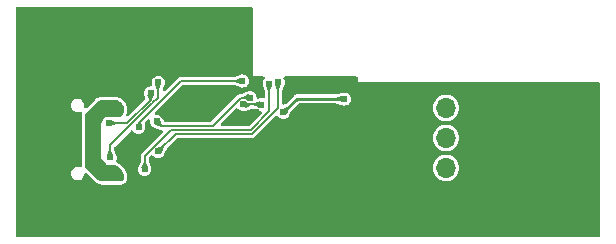
<source format=gbr>
%TF.GenerationSoftware,KiCad,Pcbnew,7.0.1*%
%TF.CreationDate,2023-09-28T18:09:22+08:00*%
%TF.ProjectId,PD_Fan,50445f46-616e-42e6-9b69-6361645f7063,rev?*%
%TF.SameCoordinates,Original*%
%TF.FileFunction,Copper,L2,Bot*%
%TF.FilePolarity,Positive*%
%FSLAX46Y46*%
G04 Gerber Fmt 4.6, Leading zero omitted, Abs format (unit mm)*
G04 Created by KiCad (PCBNEW 7.0.1) date 2023-09-28 18:09:22*
%MOMM*%
%LPD*%
G01*
G04 APERTURE LIST*
%TA.AperFunction,ComponentPad*%
%ADD10R,1.700000X1.700000*%
%TD*%
%TA.AperFunction,ComponentPad*%
%ADD11O,1.700000X1.700000*%
%TD*%
%TA.AperFunction,ComponentPad*%
%ADD12O,2.100000X1.000000*%
%TD*%
%TA.AperFunction,ComponentPad*%
%ADD13O,1.600000X1.000000*%
%TD*%
%TA.AperFunction,ViaPad*%
%ADD14C,0.609600*%
%TD*%
%TA.AperFunction,Conductor*%
%ADD15C,0.177800*%
%TD*%
%TA.AperFunction,Conductor*%
%ADD16C,0.254000*%
%TD*%
G04 APERTURE END LIST*
D10*
%TO.P,J1,1,Pin_1*%
%TO.N,GND*%
X36691200Y3572000D03*
D11*
%TO.P,J1,2,Pin_2*%
%TO.N,USB-VIN*%
X36691200Y6112000D03*
%TO.P,J1,3,Pin_3*%
%TO.N,/Sense*%
X36691200Y8652000D03*
%TO.P,J1,4,Pin_4*%
%TO.N,/Control*%
X36691200Y11192000D03*
%TD*%
D12*
%TO.P,J2,S1,SHIELD*%
%TO.N,GND*%
X6019000Y12892000D03*
D13*
X1839000Y12892000D03*
D12*
X6019000Y4152000D03*
D13*
X1839000Y4152000D03*
%TD*%
D14*
%TO.N,GND*%
X28041600Y5080000D03*
X39370000Y7890000D03*
X1270000Y7890000D03*
X20574000Y10811000D03*
X16002000Y12462000D03*
X23241000Y4080000D03*
X3810000Y7890000D03*
X39370000Y10430000D03*
X28194000Y13478000D03*
X10160000Y8093200D03*
X19177000Y8398000D03*
X7620000Y1270000D03*
X44450000Y7890000D03*
X6350000Y15510000D03*
X25958800Y9160000D03*
X6350000Y2810000D03*
X44450000Y10430000D03*
X11430000Y4842000D03*
X22428200Y9271000D03*
X3810000Y2810000D03*
X41910000Y12700000D03*
X15748000Y4080000D03*
X41910000Y10430000D03*
X41910000Y5350000D03*
X5080000Y1270000D03*
X15494000Y11954000D03*
X30861000Y6620000D03*
X16002000Y10430000D03*
X17399000Y4080000D03*
X39370000Y2810000D03*
X16510000Y18050000D03*
X46990000Y12700000D03*
X44450000Y12700000D03*
X8890000Y15510000D03*
X31750000Y11700000D03*
X20066000Y10303000D03*
X2540000Y1270000D03*
X41910000Y7890000D03*
X1270000Y15510000D03*
X13970000Y15510000D03*
X26619200Y8499600D03*
X3810000Y15510000D03*
X20193000Y4080000D03*
X2540000Y9160000D03*
X46990000Y5350000D03*
X11176000Y8093200D03*
X19050000Y15510000D03*
X26619200Y9820400D03*
X15494000Y10938000D03*
X44450000Y5350000D03*
X34925000Y9795000D03*
X46990000Y7890000D03*
X25908000Y4080000D03*
X31496000Y6239000D03*
X32766000Y9287000D03*
X44450000Y2810000D03*
X30226000Y7509000D03*
X2540000Y6620000D03*
X39370000Y12700000D03*
X16002000Y11446000D03*
X46990000Y10430000D03*
X1270000Y2810000D03*
X22174200Y9880600D03*
X13970000Y18050000D03*
X32766000Y9922000D03*
X11430000Y15510000D03*
X19050000Y18050000D03*
X1270000Y10430000D03*
X11430000Y18050000D03*
X28702000Y12589000D03*
X41910000Y2810000D03*
X34036000Y11700000D03*
X21336000Y4080000D03*
X30861000Y5985000D03*
X14224000Y5223000D03*
X13716000Y7763000D03*
X25781000Y13478000D03*
X14224000Y4080000D03*
X3810000Y18050000D03*
X19050000Y4080000D03*
X3810000Y13097000D03*
X6350000Y18050000D03*
X27279600Y9160000D03*
X8890000Y18050000D03*
X16510000Y11954000D03*
X15240000Y7763000D03*
X3810000Y10430000D03*
X3810000Y5350000D03*
X1270000Y18050000D03*
X46990000Y2810000D03*
X32766000Y8652000D03*
X1270000Y5350000D03*
X16510000Y15510000D03*
X26619200Y9160000D03*
X16510000Y10938000D03*
X34163000Y7128000D03*
X39370000Y5350000D03*
%TO.N,USB-VIN*%
X9017000Y10938000D03*
X9017000Y5350000D03*
X8382000Y5350000D03*
X8382000Y10938000D03*
X8636000Y11496800D03*
X8382000Y5985000D03*
%TO.N,/VIN_DET*%
X22479000Y13351000D03*
X12319000Y7509000D03*
%TO.N,/C-USBDP*%
X11176000Y5985000D03*
X21717000Y13261600D03*
%TO.N,/C-USBDM*%
X19431000Y13478000D03*
X10668000Y9541000D03*
%TO.N,Net-(U3-VDCIA)*%
X22913000Y10811000D03*
X28069607Y11951839D03*
%TO.N,Net-(J2-CC1)*%
X8128000Y9922000D03*
X11684000Y12447000D03*
%TO.N,/CFG1*%
X20090200Y12056801D03*
X12192000Y10049000D03*
%TO.N,/CFG3*%
X19521099Y11487699D03*
X21052649Y11475351D03*
%TO.N,Net-(J2-CC2)*%
X12319000Y13351000D03*
X8255000Y7001000D03*
%TD*%
D15*
%TO.N,/VIN_DET*%
X13817600Y9007600D02*
X12319000Y7509000D01*
X20294599Y9007600D02*
X13817600Y9007600D01*
X22479000Y11192000D02*
X20294599Y9007600D01*
X22479000Y13351000D02*
X22479000Y11192000D01*
%TO.N,/C-USBDP*%
X13375497Y9337800D02*
X20157826Y9337800D01*
X11176000Y5985000D02*
X11176000Y7138303D01*
X11176000Y7138303D02*
X13375497Y9337800D01*
X21717000Y10896974D02*
X21717000Y13261600D01*
X20157826Y9337800D02*
X21717000Y10896974D01*
%TO.N,/C-USBDM*%
X19431000Y13478000D02*
X14224000Y13478000D01*
X14224000Y13478000D02*
X10668000Y9922000D01*
X10668000Y9922000D02*
X10668000Y9541000D01*
D16*
%TO.N,Net-(U3-VDCIA)*%
X24053839Y11951839D02*
X28069607Y11951839D01*
X22913000Y10811000D02*
X24053839Y11951839D01*
D15*
%TO.N,Net-(J2-CC1)*%
X11674226Y11903200D02*
X11684000Y11903200D01*
X9693026Y9922000D02*
X11674226Y11903200D01*
X8128000Y9922000D02*
X9693026Y9922000D01*
X11684000Y11903200D02*
X11684000Y12447000D01*
%TO.N,/CFG1*%
X16929096Y9668000D02*
X19317897Y12056801D01*
X19317897Y12056801D02*
X20090200Y12056801D01*
X12192000Y10049000D02*
X12573000Y9668000D01*
X12573000Y9668000D02*
X16929096Y9668000D01*
%TO.N,/CFG3*%
X21052649Y11475351D02*
X21040301Y11487699D01*
X21040301Y11487699D02*
X19521099Y11487699D01*
%TO.N,Net-(J2-CC2)*%
X12319000Y12070697D02*
X12319000Y13351000D01*
X8255000Y7001000D02*
X8255000Y8017000D01*
X11811000Y11573000D02*
X11821303Y11573000D01*
X11821303Y11573000D02*
X12319000Y12070697D01*
X8255000Y8017000D02*
X11811000Y11573000D01*
%TD*%
%TA.AperFunction,Conductor*%
%TO.N,GND*%
G36*
X20257000Y19728619D02*
G01*
X20303119Y19682500D01*
X20320000Y19619500D01*
X20320000Y13859000D01*
X21214917Y13859000D01*
X21281454Y13839999D01*
X21327923Y13788728D01*
X21340310Y13720650D01*
X21314879Y13656296D01*
X21228454Y13543665D01*
X21172095Y13407605D01*
X21152874Y13261600D01*
X21172096Y13115591D01*
X21188352Y13076345D01*
X21195925Y13050591D01*
X21197874Y13039832D01*
X21273684Y12845897D01*
X21362627Y12618364D01*
X21364953Y12612415D01*
X21373600Y12566542D01*
X21373600Y12136363D01*
X21358722Y12076966D01*
X21317601Y12031597D01*
X21259948Y12010969D01*
X21199380Y12019954D01*
X21198656Y12020255D01*
X21052649Y12039477D01*
X20906642Y12020255D01*
X20872018Y12005913D01*
X20844051Y11997961D01*
X20835938Y11996640D01*
X20825310Y11992732D01*
X20818110Y11990084D01*
X20762587Y11982920D01*
X20709439Y12000517D01*
X20669161Y12039402D01*
X20649705Y12091898D01*
X20648922Y12097844D01*
X20635104Y12202808D01*
X20578747Y12338864D01*
X20489097Y12455698D01*
X20372263Y12545348D01*
X20236207Y12601705D01*
X20090200Y12620927D01*
X19944193Y12601705D01*
X19904942Y12585446D01*
X19879182Y12577874D01*
X19868432Y12575927D01*
X19538613Y12447000D01*
X19441013Y12408848D01*
X19395140Y12400201D01*
X19338389Y12400201D01*
X19327408Y12400680D01*
X19324684Y12400918D01*
X19287506Y12404171D01*
X19248800Y12393799D01*
X19238088Y12391424D01*
X19198636Y12384469D01*
X19198634Y12384468D01*
X19197896Y12384338D01*
X19171144Y12373257D01*
X19137714Y12349849D01*
X19128443Y12343943D01*
X19093759Y12323918D01*
X19068010Y12293232D01*
X19060584Y12285129D01*
X16823760Y10048305D01*
X16782883Y10020991D01*
X16734665Y10011400D01*
X12902937Y10011400D01*
X12854790Y10020962D01*
X12813951Y10048195D01*
X12786617Y10088968D01*
X12771568Y10125112D01*
X12717645Y10254620D01*
X12710378Y10265461D01*
X12698635Y10287394D01*
X12680547Y10331063D01*
X12653067Y10366875D01*
X12590897Y10447897D01*
X12474063Y10537547D01*
X12338007Y10593904D01*
X12192000Y10613126D01*
X12160128Y10608930D01*
X12098529Y10616221D01*
X12047872Y10652022D01*
X12020436Y10707655D01*
X12022872Y10769638D01*
X12054588Y10822947D01*
X14329336Y13097695D01*
X14370213Y13125009D01*
X14418431Y13134600D01*
X18735942Y13134600D01*
X18781814Y13125953D01*
X18854104Y13097695D01*
X19209232Y12958874D01*
X19219991Y12956925D01*
X19245745Y12949352D01*
X19284991Y12933096D01*
X19431000Y12913874D01*
X19577005Y12933095D01*
X19713065Y12989454D01*
X19829897Y13079102D01*
X19919545Y13195934D01*
X19919547Y13195937D01*
X19975904Y13331993D01*
X19995126Y13478000D01*
X19975904Y13624007D01*
X19919547Y13760063D01*
X19829897Y13876897D01*
X19713063Y13966547D01*
X19577007Y14022904D01*
X19431000Y14042126D01*
X19284993Y14022904D01*
X19245742Y14006645D01*
X19219982Y13999073D01*
X19209232Y13997126D01*
X18781813Y13830047D01*
X18735940Y13821400D01*
X14244469Y13821400D01*
X14233487Y13821879D01*
X14215739Y13823432D01*
X14193610Y13825369D01*
X14193609Y13825368D01*
X14193609Y13825369D01*
X14154914Y13815000D01*
X14144202Y13812625D01*
X14104739Y13805668D01*
X14104737Y13805667D01*
X14103999Y13805537D01*
X14077250Y13794458D01*
X14043819Y13771049D01*
X14034548Y13765143D01*
X13999862Y13745117D01*
X13974113Y13714431D01*
X13966687Y13706328D01*
X12909770Y12649411D01*
X12850580Y12616106D01*
X12782702Y12618364D01*
X12725856Y12655528D01*
X12696559Y12716801D01*
X12703322Y12784379D01*
X12838126Y13129232D01*
X12840073Y13139982D01*
X12847645Y13165742D01*
X12863904Y13204993D01*
X12883126Y13351000D01*
X12863904Y13497007D01*
X12807547Y13633063D01*
X12717897Y13749897D01*
X12601063Y13839547D01*
X12465007Y13895904D01*
X12319000Y13915126D01*
X12172993Y13895904D01*
X12036937Y13839547D01*
X12036934Y13839545D01*
X11920102Y13749897D01*
X11830454Y13633065D01*
X11774095Y13497005D01*
X11754874Y13351000D01*
X11774096Y13204989D01*
X11782748Y13184101D01*
X11792068Y13127643D01*
X11775456Y13072885D01*
X11736338Y13031121D01*
X11682786Y13010966D01*
X11537993Y12991904D01*
X11401937Y12935547D01*
X11401934Y12935545D01*
X11285102Y12845897D01*
X11195454Y12729065D01*
X11139095Y12593005D01*
X11119874Y12447000D01*
X11139096Y12300991D01*
X11155742Y12260802D01*
X11163241Y12235449D01*
X11165307Y12224250D01*
X11232456Y12054415D01*
X11241275Y12006727D01*
X11231429Y11959242D01*
X11204377Y11918992D01*
X9840926Y10555541D01*
X9786032Y10523367D01*
X9722417Y10522117D01*
X9666302Y10552111D01*
X9631998Y10605700D01*
X9628252Y10669218D01*
X9633983Y10698030D01*
X9650093Y10779017D01*
X9653830Y10804210D01*
X9654299Y10808981D01*
X9656252Y10828798D01*
X9657500Y10854217D01*
X9657500Y11275783D01*
X9656252Y11301201D01*
X9653830Y11325788D01*
X9653830Y11325790D01*
X9650093Y11350983D01*
X9628401Y11460033D01*
X9613633Y11508714D01*
X9594819Y11554134D01*
X9570839Y11598996D01*
X9509066Y11691446D01*
X9493892Y11711906D01*
X9478222Y11730999D01*
X9461124Y11749863D01*
X9320863Y11890124D01*
X9301999Y11907222D01*
X9282906Y11922892D01*
X9262446Y11938066D01*
X9169996Y11999839D01*
X9125134Y12023819D01*
X9079714Y12042633D01*
X9031033Y12057401D01*
X8921983Y12079093D01*
X8896790Y12082830D01*
X8887246Y12083769D01*
X8872201Y12085252D01*
X8846783Y12086500D01*
X8846774Y12086500D01*
X7409226Y12086500D01*
X7409217Y12086500D01*
X7383798Y12085252D01*
X7363981Y12083299D01*
X7359210Y12082830D01*
X7334017Y12079093D01*
X7224966Y12057401D01*
X7176285Y12042633D01*
X7130865Y12023819D01*
X7109982Y12012656D01*
X7086002Y11999839D01*
X7052552Y11977488D01*
X6993553Y11938066D01*
X6975959Y11925018D01*
X6973082Y11922884D01*
X6954001Y11907223D01*
X6935130Y11890119D01*
X6273175Y11228164D01*
X6219866Y11196448D01*
X6157883Y11194012D01*
X6102249Y11221448D01*
X6066449Y11272105D01*
X6059158Y11333705D01*
X6061433Y11350983D01*
X6069466Y11412000D01*
X6049687Y11562236D01*
X5991698Y11702233D01*
X5899451Y11822451D01*
X5779233Y11914698D01*
X5639236Y11972687D01*
X5526720Y11987500D01*
X5451280Y11987500D01*
X5338764Y11972687D01*
X5198767Y11914698D01*
X5078549Y11822451D01*
X5022854Y11749868D01*
X4986301Y11702232D01*
X4928312Y11562235D01*
X4908534Y11412000D01*
X4928312Y11261764D01*
X4986301Y11121767D01*
X5078549Y11001549D01*
X5198767Y10909301D01*
X5338764Y10851312D01*
X5451280Y10836500D01*
X5526720Y10836500D01*
X5639237Y10851312D01*
X5705183Y10878628D01*
X5774941Y10886364D01*
X5838016Y10855579D01*
X5874836Y10795825D01*
X5873975Y10725645D01*
X5868518Y10707655D01*
X5865598Y10698029D01*
X5843906Y10588977D01*
X5840170Y10563785D01*
X5837750Y10539213D01*
X5836500Y10513774D01*
X5836500Y6409226D01*
X5837750Y6383784D01*
X5840169Y6359222D01*
X5843907Y6334019D01*
X5846934Y6318798D01*
X5841985Y6251770D01*
X5803282Y6196822D01*
X5741837Y6169588D01*
X5675136Y6177816D01*
X5639236Y6192687D01*
X5526720Y6207500D01*
X5451280Y6207500D01*
X5338764Y6192687D01*
X5198767Y6134698D01*
X5078549Y6042451D01*
X5007764Y5950202D01*
X4986301Y5922232D01*
X4928312Y5782235D01*
X4908534Y5632000D01*
X4928312Y5481764D01*
X4986301Y5341767D01*
X5078549Y5221549D01*
X5198767Y5129301D01*
X5338764Y5071312D01*
X5451280Y5056500D01*
X5526720Y5056500D01*
X5639235Y5071312D01*
X5779232Y5129301D01*
X5869027Y5198204D01*
X5899451Y5221549D01*
X5991698Y5341767D01*
X6049687Y5481764D01*
X6067125Y5614219D01*
X6094648Y5677706D01*
X6151545Y5717086D01*
X6220658Y5720482D01*
X6281142Y5686869D01*
X7062149Y4905862D01*
X7081011Y4888765D01*
X7100087Y4873111D01*
X7120549Y4857935D01*
X7213002Y4796159D01*
X7257866Y4772178D01*
X7303282Y4753365D01*
X7351969Y4738597D01*
X7461011Y4716908D01*
X7486222Y4713169D01*
X7510784Y4710750D01*
X7536226Y4709500D01*
X9168787Y4709500D01*
X9194227Y4710750D01*
X9218792Y4713169D01*
X9243997Y4716908D01*
X9290203Y4726098D01*
X9331411Y4738598D01*
X9338885Y4740865D01*
X9372054Y4754603D01*
X9384308Y4759679D01*
X9429174Y4783660D01*
X9457824Y4802803D01*
X9497158Y4835084D01*
X9531914Y4869840D01*
X9534599Y4873111D01*
X9564194Y4909173D01*
X9583342Y4937831D01*
X9607319Y4982691D01*
X9607320Y4982693D01*
X9626130Y5028103D01*
X9639238Y5071312D01*
X9640900Y5076789D01*
X9650093Y5123004D01*
X9653830Y5148197D01*
X9656251Y5172779D01*
X9656252Y5172785D01*
X9657500Y5198204D01*
X9657500Y5560783D01*
X9656252Y5586201D01*
X9653830Y5610788D01*
X9653321Y5614219D01*
X9650093Y5635983D01*
X9628401Y5745033D01*
X9613633Y5793714D01*
X9594819Y5839134D01*
X9570839Y5883996D01*
X9509066Y5976446D01*
X9493892Y5996906D01*
X9478222Y6015999D01*
X9461124Y6034863D01*
X9066863Y6429124D01*
X9047999Y6446222D01*
X9028906Y6461892D01*
X9008446Y6477066D01*
X8915996Y6538839D01*
X8871134Y6562819D01*
X8825714Y6581633D01*
X8825702Y6581636D01*
X8823444Y6582572D01*
X8771700Y6622277D01*
X8746741Y6682535D01*
X8755254Y6747199D01*
X8799904Y6854993D01*
X8800469Y6859285D01*
X8819126Y7001000D01*
X8799904Y7147007D01*
X8783647Y7186252D01*
X8776073Y7212017D01*
X8774126Y7222767D01*
X8607046Y7650187D01*
X8598400Y7696060D01*
X8598400Y7822569D01*
X8607991Y7870787D01*
X8635305Y7911664D01*
X9992380Y9268739D01*
X10054203Y9302657D01*
X10124568Y9298046D01*
X10181436Y9256349D01*
X10269101Y9142103D01*
X10385934Y9052454D01*
X10521994Y8996095D01*
X10668000Y8976874D01*
X10814005Y8996095D01*
X10950065Y9052454D01*
X11066897Y9142102D01*
X11156545Y9258934D01*
X11156547Y9258937D01*
X11212904Y9394993D01*
X11232126Y9541000D01*
X11227707Y9574554D01*
X11226658Y9588326D01*
X11226465Y9597432D01*
X11218537Y9644803D01*
X11217886Y9649159D01*
X11213668Y9681200D01*
X11212904Y9687007D01*
X11212903Y9687008D01*
X11212095Y9693148D01*
X11208134Y9706958D01*
X11180204Y9873849D01*
X11184474Y9933057D01*
X11215381Y9983740D01*
X11418052Y10186411D01*
X11471361Y10218127D01*
X11533343Y10220563D01*
X11588976Y10193128D01*
X11624777Y10142472D01*
X11632069Y10080872D01*
X11627873Y10049001D01*
X11647095Y9902994D01*
X11703454Y9766934D01*
X11793102Y9650102D01*
X11909936Y9560452D01*
X11954138Y9542142D01*
X11961467Y9538828D01*
X12005658Y9517120D01*
X12326290Y9410906D01*
X12349670Y9400416D01*
X12357186Y9396076D01*
X12383548Y9380856D01*
X12392812Y9374954D01*
X12426245Y9351545D01*
X12453003Y9340461D01*
X12493203Y9333372D01*
X12503929Y9330994D01*
X12542607Y9320630D01*
X12559471Y9322106D01*
X12619684Y9312568D01*
X12668372Y9275879D01*
X12694136Y9220626D01*
X12690945Y9159746D01*
X12659546Y9107490D01*
X10947669Y7395613D01*
X10939565Y7388187D01*
X10908884Y7362443D01*
X10888859Y7327758D01*
X10882953Y7318488D01*
X10859543Y7285056D01*
X10848463Y7258305D01*
X10841376Y7218115D01*
X10838997Y7207386D01*
X10828630Y7168695D01*
X10832121Y7128792D01*
X10832600Y7117811D01*
X10832600Y6680058D01*
X10823953Y6634185D01*
X10762535Y6477068D01*
X10656872Y6206762D01*
X10654924Y6196008D01*
X10647352Y6170255D01*
X10631096Y6131008D01*
X10611874Y5985000D01*
X10631095Y5838994D01*
X10687454Y5702934D01*
X10777102Y5586102D01*
X10893934Y5496454D01*
X11029994Y5440095D01*
X11176000Y5420874D01*
X11322005Y5440095D01*
X11458065Y5496454D01*
X11574897Y5586102D01*
X11664545Y5702934D01*
X11664547Y5702937D01*
X11720904Y5838993D01*
X11740126Y5985000D01*
X11723406Y6112000D01*
X35581967Y6112000D01*
X35600854Y5908180D01*
X35656872Y5711297D01*
X35748110Y5528066D01*
X35871467Y5364716D01*
X36022739Y5226813D01*
X36196771Y5119056D01*
X36358248Y5056500D01*
X36387644Y5045112D01*
X36588853Y5007500D01*
X36793545Y5007500D01*
X36793547Y5007500D01*
X36994756Y5045112D01*
X37090191Y5082083D01*
X37185628Y5119056D01*
X37313470Y5198213D01*
X37359662Y5226814D01*
X37510932Y5364715D01*
X37634288Y5528065D01*
X37634289Y5528066D01*
X37725527Y5711297D01*
X37727175Y5717086D01*
X37781545Y5908179D01*
X37800432Y6112000D01*
X37781545Y6315821D01*
X37725528Y6512701D01*
X37634288Y6695935D01*
X37510932Y6859285D01*
X37359662Y6997186D01*
X37185627Y7104944D01*
X36994756Y7178888D01*
X36793547Y7216500D01*
X36588853Y7216500D01*
X36387644Y7178888D01*
X36196773Y7104944D01*
X36022738Y6997186D01*
X35871468Y6859285D01*
X35868227Y6854993D01*
X35748110Y6695933D01*
X35656872Y6512702D01*
X35600854Y6315819D01*
X35581967Y6112000D01*
X11723406Y6112000D01*
X11720904Y6131007D01*
X11704647Y6170255D01*
X11697073Y6196017D01*
X11696927Y6196822D01*
X11695126Y6206767D01*
X11528046Y6634187D01*
X11519400Y6680060D01*
X11519400Y6943872D01*
X11528991Y6992090D01*
X11556305Y7032967D01*
X11694048Y7170710D01*
X11755871Y7204628D01*
X11826237Y7200016D01*
X11883105Y7158319D01*
X11920102Y7110102D01*
X12036934Y7020454D01*
X12172994Y6964095D01*
X12319000Y6944874D01*
X12465005Y6964095D01*
X12601065Y7020454D01*
X12717897Y7110102D01*
X12807546Y7226935D01*
X12823804Y7266184D01*
X12836665Y7289755D01*
X12842890Y7298734D01*
X13006483Y7672308D01*
X13026977Y7719108D01*
X13053300Y7757659D01*
X13922936Y8627295D01*
X13959908Y8652000D01*
X35581967Y8652000D01*
X35600854Y8448180D01*
X35656872Y8251297D01*
X35748110Y8068066D01*
X35871467Y7904716D01*
X36022739Y7766813D01*
X36196771Y7659056D01*
X36387643Y7585112D01*
X36387644Y7585112D01*
X36588853Y7547500D01*
X36793545Y7547500D01*
X36793547Y7547500D01*
X36994756Y7585112D01*
X37162734Y7650187D01*
X37185628Y7659056D01*
X37359660Y7766813D01*
X37359662Y7766814D01*
X37510932Y7904715D01*
X37634288Y8068065D01*
X37634289Y8068066D01*
X37725527Y8251297D01*
X37730967Y8270414D01*
X37781545Y8448179D01*
X37800432Y8652000D01*
X37781545Y8855821D01*
X37725528Y9052701D01*
X37634288Y9235935D01*
X37510932Y9399285D01*
X37359662Y9537186D01*
X37185627Y9644944D01*
X36994756Y9718888D01*
X36793547Y9756500D01*
X36588853Y9756500D01*
X36387644Y9718888D01*
X36196773Y9644944D01*
X36022738Y9537186D01*
X35871468Y9399285D01*
X35832742Y9348003D01*
X35748110Y9235933D01*
X35656872Y9052702D01*
X35600854Y8855819D01*
X35581967Y8652000D01*
X13959908Y8652000D01*
X13963813Y8654609D01*
X14012031Y8664200D01*
X20274107Y8664200D01*
X20285088Y8663721D01*
X20303272Y8662130D01*
X20324990Y8660230D01*
X20324991Y8660230D01*
X20363682Y8670597D01*
X20374411Y8672976D01*
X20413860Y8679932D01*
X20414601Y8680063D01*
X20441352Y8691144D01*
X20474783Y8714552D01*
X20484054Y8720458D01*
X20518735Y8740481D01*
X20518737Y8740483D01*
X20544490Y8771175D01*
X20551905Y8779265D01*
X22269510Y10496869D01*
X22331333Y10530787D01*
X22401699Y10526175D01*
X22458567Y10484478D01*
X22514102Y10412102D01*
X22630934Y10322454D01*
X22766994Y10266095D01*
X22913000Y10246874D01*
X23059005Y10266095D01*
X23157305Y10306813D01*
X23195063Y10322453D01*
X23195065Y10322454D01*
X23311896Y10412102D01*
X23401546Y10528935D01*
X23402403Y10531003D01*
X23411634Y10553291D01*
X23428999Y10582958D01*
X23429533Y10583637D01*
X23429535Y10583640D01*
X23644250Y10994564D01*
X23666828Y11025305D01*
X23833523Y11192000D01*
X35581967Y11192000D01*
X35600854Y10988180D01*
X35656872Y10791297D01*
X35748110Y10608066D01*
X35871467Y10444716D01*
X36022739Y10306813D01*
X36196771Y10199056D01*
X36387644Y10125112D01*
X36588853Y10087500D01*
X36793545Y10087500D01*
X36793547Y10087500D01*
X36994756Y10125112D01*
X37152987Y10186411D01*
X37185628Y10199056D01*
X37359660Y10306813D01*
X37359662Y10306814D01*
X37510932Y10444715D01*
X37615843Y10583640D01*
X37634289Y10608066D01*
X37725527Y10791297D01*
X37726816Y10795825D01*
X37781545Y10988179D01*
X37800432Y11192000D01*
X37781545Y11395821D01*
X37725528Y11592701D01*
X37634288Y11775935D01*
X37510932Y11939285D01*
X37359662Y12077186D01*
X37185627Y12184944D01*
X36994756Y12258888D01*
X36793547Y12296500D01*
X36588853Y12296500D01*
X36387644Y12258888D01*
X36196773Y12184944D01*
X36022738Y12077186D01*
X35871468Y11939285D01*
X35834340Y11890119D01*
X35748110Y11775933D01*
X35656872Y11592702D01*
X35600854Y11395819D01*
X35581967Y11192000D01*
X23833523Y11192000D01*
X24174957Y11533434D01*
X24215834Y11560748D01*
X24264052Y11570339D01*
X27385033Y11570339D01*
X27422738Y11564565D01*
X27865127Y11425824D01*
X27865997Y11425721D01*
X27899246Y11417022D01*
X27923598Y11406935D01*
X28069607Y11387713D01*
X28215612Y11406934D01*
X28351672Y11463293D01*
X28468504Y11552941D01*
X28558152Y11669773D01*
X28558154Y11669776D01*
X28614511Y11805832D01*
X28633733Y11951839D01*
X28614511Y12097846D01*
X28558154Y12233902D01*
X28468504Y12350736D01*
X28351670Y12440386D01*
X28215614Y12496743D01*
X28069607Y12515965D01*
X27923600Y12496743D01*
X27899245Y12486654D01*
X27865986Y12477954D01*
X27865128Y12477852D01*
X27865122Y12477850D01*
X27865121Y12477850D01*
X27422739Y12339113D01*
X27385034Y12333339D01*
X24106472Y12333339D01*
X24080614Y12336021D01*
X24069822Y12338284D01*
X24069821Y12338283D01*
X24069821Y12338284D01*
X24037917Y12334307D01*
X24022331Y12333339D01*
X24022228Y12333339D01*
X24001362Y12329856D01*
X23996258Y12329113D01*
X23943479Y12322535D01*
X23943478Y12322534D01*
X23935522Y12321543D01*
X23935308Y12321474D01*
X23928255Y12317657D01*
X23928253Y12317657D01*
X23881487Y12292348D01*
X23876870Y12289972D01*
X23821891Y12263094D01*
X23821701Y12262953D01*
X23780258Y12217933D01*
X23776652Y12214174D01*
X23127303Y11564826D01*
X23096559Y11542248D01*
X23006751Y11495322D01*
X22944422Y11481059D01*
X22883117Y11499227D01*
X22838624Y11545148D01*
X22822400Y11606996D01*
X22822400Y12655940D01*
X22831047Y12701813D01*
X22863322Y12784379D01*
X22998126Y13129232D01*
X23000073Y13139982D01*
X23007645Y13165742D01*
X23023904Y13204993D01*
X23043126Y13351000D01*
X23023904Y13497007D01*
X22967547Y13633063D01*
X22949719Y13656296D01*
X22924289Y13720649D01*
X22936676Y13788728D01*
X22983145Y13839999D01*
X23049682Y13859000D01*
X29084000Y13859000D01*
X29147000Y13842119D01*
X29193119Y13796000D01*
X29210000Y13733000D01*
X29210000Y13351000D01*
X49619500Y13351000D01*
X49682500Y13334119D01*
X49728619Y13288000D01*
X49745500Y13225000D01*
X49745500Y380500D01*
X49728619Y317500D01*
X49682500Y271381D01*
X49619500Y254500D01*
X380500Y254500D01*
X317500Y271381D01*
X271381Y317500D01*
X254500Y380500D01*
X254500Y19619500D01*
X271381Y19682500D01*
X317500Y19728619D01*
X380500Y19745500D01*
X20194000Y19745500D01*
X20257000Y19728619D01*
G37*
%TD.AperFunction*%
%TA.AperFunction,Conductor*%
G36*
X19028334Y11178716D02*
G01*
X19085202Y11137020D01*
X19122202Y11088801D01*
X19239033Y10999153D01*
X19375093Y10942794D01*
X19521098Y10923573D01*
X19521099Y10923573D01*
X19543234Y10926487D01*
X19667104Y10942794D01*
X19684274Y10949906D01*
X19706355Y10959052D01*
X19732107Y10966624D01*
X19742865Y10968573D01*
X19887996Y11025305D01*
X20170284Y11135652D01*
X20216157Y11144299D01*
X20356212Y11144299D01*
X20404809Y11134550D01*
X20825124Y10958842D01*
X20854949Y10950748D01*
X20870162Y10945557D01*
X20906643Y10930446D01*
X20969845Y10922126D01*
X21033333Y10894603D01*
X21072712Y10837705D01*
X21076107Y10768592D01*
X21042494Y10708109D01*
X20052490Y9718105D01*
X20011613Y9690791D01*
X19963395Y9681200D01*
X17732127Y9681200D01*
X17674924Y9694933D01*
X17630191Y9733139D01*
X17607678Y9787489D01*
X17612294Y9846136D01*
X17643032Y9896295D01*
X18896146Y11149409D01*
X18957969Y11183327D01*
X19028334Y11178716D01*
G37*
%TD.AperFunction*%
%TD*%
%TA.AperFunction,Conductor*%
%TO.N,Net-(J2-CC2)*%
G36*
X8342508Y7608563D02*
G01*
X8346808Y7603160D01*
X8532435Y7128290D01*
X8532309Y7119461D01*
X8526048Y7113234D01*
X8259510Y7001884D01*
X8255000Y7000980D01*
X8250490Y7001884D01*
X7983949Y7113235D01*
X7977690Y7119461D01*
X7977564Y7128290D01*
X8163192Y7603160D01*
X8167492Y7608563D01*
X8174089Y7610600D01*
X8335911Y7610600D01*
X8342508Y7608563D01*
G37*
%TD.AperFunction*%
%TD*%
%TA.AperFunction,Conductor*%
%TO.N,/VIN_DET*%
G36*
X22483510Y13350115D02*
G01*
X22750048Y13238765D01*
X22756309Y13232538D01*
X22756435Y13223709D01*
X22570808Y12748840D01*
X22566508Y12743437D01*
X22559911Y12741400D01*
X22398089Y12741400D01*
X22391492Y12743437D01*
X22387192Y12748840D01*
X22331156Y12892189D01*
X22201564Y13223710D01*
X22201690Y13232538D01*
X22207951Y13238765D01*
X22474490Y13350115D01*
X22479000Y13351019D01*
X22483510Y13350115D01*
G37*
%TD.AperFunction*%
%TD*%
%TA.AperFunction,Conductor*%
%TO.N,/C-USBDM*%
G36*
X19312538Y13755309D02*
G01*
X19318765Y13749048D01*
X19430116Y13482510D01*
X19431020Y13478000D01*
X19430116Y13473490D01*
X19318765Y13206951D01*
X19312538Y13200690D01*
X19303710Y13200564D01*
X18972189Y13330156D01*
X18828840Y13386192D01*
X18823437Y13390492D01*
X18821400Y13397089D01*
X18821400Y13558911D01*
X18823437Y13565508D01*
X18828840Y13569808D01*
X19303709Y13755435D01*
X19312538Y13755309D01*
G37*
%TD.AperFunction*%
%TD*%
%TA.AperFunction,Conductor*%
%TO.N,/CFG3*%
G36*
X20934207Y11752825D02*
G01*
X20940325Y11746611D01*
X21051764Y11479861D01*
X21052668Y11475351D01*
X21051764Y11470841D01*
X20940518Y11204551D01*
X20936816Y11199757D01*
X20931212Y11197456D01*
X20925212Y11198265D01*
X20596603Y11335634D01*
X20452692Y11395795D01*
X20447466Y11400106D01*
X20445505Y11406590D01*
X20445505Y11568435D01*
X20447610Y11575130D01*
X20453167Y11579416D01*
X20925491Y11753082D01*
X20934207Y11752825D01*
G37*
%TD.AperFunction*%
%TD*%
%TA.AperFunction,Conductor*%
%TO.N,/CFG3*%
G36*
X19780160Y11713624D02*
G01*
X19784741Y11710390D01*
X19787387Y11707337D01*
X19898109Y11636180D01*
X20024393Y11599101D01*
X20070929Y11599101D01*
X20075189Y11598298D01*
X20123259Y11579507D01*
X20128662Y11575207D01*
X20130699Y11568610D01*
X20130699Y11406788D01*
X20128662Y11400191D01*
X20123259Y11395891D01*
X19890329Y11304838D01*
X19648388Y11210263D01*
X19639560Y11210389D01*
X19633334Y11216648D01*
X19521982Y11483189D01*
X19521079Y11487699D01*
X19521983Y11492209D01*
X19611856Y11707337D01*
X19633333Y11758747D01*
X19639560Y11765008D01*
X19648389Y11765134D01*
X19780160Y11713624D01*
G37*
%TD.AperFunction*%
%TD*%
%TA.AperFunction,Conductor*%
%TO.N,Net-(U3-VDCIA)*%
G36*
X27951219Y12229687D02*
G01*
X27957078Y12223589D01*
X28068723Y11956349D01*
X28069627Y11951839D01*
X28068723Y11947329D01*
X27957078Y11680088D01*
X27951219Y11673990D01*
X27942783Y11673434D01*
X27597517Y11781713D01*
X27468206Y11822268D01*
X27462277Y11826506D01*
X27460007Y11833432D01*
X27460007Y12070246D01*
X27462277Y12077172D01*
X27468206Y12081410D01*
X27942781Y12230243D01*
X27951219Y12229687D01*
G37*
%TD.AperFunction*%
%TD*%
%TA.AperFunction,Conductor*%
%TO.N,/CFG1*%
G36*
X12471754Y10161187D02*
G01*
X12478081Y10154873D01*
X12642886Y9759059D01*
X12643785Y9754562D01*
X12643785Y9595301D01*
X12641537Y9588406D01*
X12635658Y9584160D01*
X12628406Y9584195D01*
X12458943Y9640332D01*
X12087264Y9763457D01*
X12082028Y9766988D01*
X12079390Y9772730D01*
X12080122Y9779004D01*
X12189148Y10044490D01*
X12191690Y10048311D01*
X12195507Y10050860D01*
X12462816Y10161191D01*
X12471754Y10161187D01*
G37*
%TD.AperFunction*%
%TD*%
%TA.AperFunction,Conductor*%
%TO.N,Net-(J2-CC1)*%
G36*
X8730160Y10013808D02*
G01*
X8735563Y10009508D01*
X8737600Y10002911D01*
X8737600Y9841089D01*
X8735563Y9834492D01*
X8730160Y9830192D01*
X8497230Y9739139D01*
X8255289Y9644564D01*
X8246461Y9644690D01*
X8240235Y9650949D01*
X8128883Y9917490D01*
X8127980Y9922000D01*
X8128884Y9926510D01*
X8165354Y10013808D01*
X8240234Y10193048D01*
X8246461Y10199309D01*
X8255290Y10199435D01*
X8730160Y10013808D01*
G37*
%TD.AperFunction*%
%TD*%
%TA.AperFunction,Conductor*%
%TO.N,/C-USBDM*%
G36*
X10775991Y10137296D02*
G01*
X10889857Y10023430D01*
X10893124Y10017088D01*
X10970524Y9554599D01*
X10969704Y9547980D01*
X10965400Y9542884D01*
X10959011Y9540968D01*
X10672175Y9540304D01*
X10667667Y9541197D01*
X10663851Y9543756D01*
X10459855Y9749095D01*
X10456473Y9756732D01*
X10459047Y9764681D01*
X10662476Y10017088D01*
X10758609Y10136366D01*
X10763892Y10140080D01*
X10770341Y10140425D01*
X10775991Y10137296D01*
G37*
%TD.AperFunction*%
%TD*%
%TA.AperFunction,Conductor*%
%TO.N,/VIN_DET*%
G36*
X12692838Y7997264D02*
G01*
X12807264Y7882838D01*
X12810489Y7876732D01*
X12809708Y7869872D01*
X12605184Y7402831D01*
X12598852Y7396677D01*
X12590022Y7396700D01*
X12322812Y7506436D01*
X12318986Y7508986D01*
X12316436Y7512814D01*
X12206701Y7780022D01*
X12206677Y7788852D01*
X12212831Y7795184D01*
X12679872Y7999708D01*
X12686732Y8000489D01*
X12692838Y7997264D01*
G37*
%TD.AperFunction*%
%TD*%
%TA.AperFunction,Conductor*%
%TO.N,Net-(U3-VDCIA)*%
G36*
X23260324Y11325778D02*
G01*
X23427778Y11158324D01*
X23431070Y11151822D01*
X23429875Y11144634D01*
X23397527Y11082725D01*
X23199540Y10703817D01*
X23193180Y10698244D01*
X23184726Y10698411D01*
X22916812Y10808436D01*
X22912986Y10810986D01*
X22910436Y10814814D01*
X22800411Y11082726D01*
X22800244Y11091180D01*
X22805817Y11097540D01*
X23026114Y11212649D01*
X23246634Y11327875D01*
X23253822Y11329070D01*
X23260324Y11325778D01*
G37*
%TD.AperFunction*%
%TD*%
%TA.AperFunction,Conductor*%
%TO.N,Net-(J2-CC2)*%
G36*
X12323510Y13350115D02*
G01*
X12590048Y13238765D01*
X12596309Y13232538D01*
X12596435Y13223709D01*
X12410808Y12748840D01*
X12406508Y12743437D01*
X12399911Y12741400D01*
X12238089Y12741400D01*
X12231492Y12743437D01*
X12227192Y12748840D01*
X12171156Y12892189D01*
X12041564Y13223710D01*
X12041690Y13232538D01*
X12047951Y13238765D01*
X12314490Y13350115D01*
X12319000Y13351019D01*
X12323510Y13350115D01*
G37*
%TD.AperFunction*%
%TD*%
%TA.AperFunction,Conductor*%
%TO.N,/C-USBDP*%
G36*
X11263508Y6592563D02*
G01*
X11267808Y6587160D01*
X11453435Y6112290D01*
X11453309Y6103461D01*
X11447048Y6097234D01*
X11180510Y5985884D01*
X11176000Y5984980D01*
X11171490Y5985884D01*
X10904949Y6097235D01*
X10898690Y6103461D01*
X10898564Y6112290D01*
X11084192Y6587160D01*
X11088492Y6592563D01*
X11095089Y6594600D01*
X11256911Y6594600D01*
X11263508Y6592563D01*
G37*
%TD.AperFunction*%
%TD*%
%TA.AperFunction,Conductor*%
%TO.N,/CFG1*%
G36*
X19971738Y12334110D02*
G01*
X19977965Y12327849D01*
X20089315Y12061311D01*
X20090219Y12056801D01*
X20089315Y12052291D01*
X19978998Y11788227D01*
X19974740Y11783034D01*
X19968329Y11781038D01*
X19961877Y11782894D01*
X19881084Y11834816D01*
X19879573Y11835973D01*
X19875806Y11839385D01*
X19871225Y11842619D01*
X19837648Y11860687D01*
X19705877Y11912197D01*
X19691087Y11914875D01*
X19689902Y11915155D01*
X19586906Y11945399D01*
X19540370Y11945399D01*
X19536110Y11946202D01*
X19488040Y11964993D01*
X19482637Y11969293D01*
X19480600Y11975890D01*
X19480600Y12137712D01*
X19482637Y12144309D01*
X19488040Y12148609D01*
X19962909Y12334236D01*
X19971738Y12334110D01*
G37*
%TD.AperFunction*%
%TD*%
%TA.AperFunction,Conductor*%
%TO.N,Net-(J2-CC1)*%
G36*
X11689205Y12445827D02*
G01*
X11953925Y12335234D01*
X11958900Y12331288D01*
X11961081Y12325325D01*
X11959827Y12319101D01*
X11787699Y11983310D01*
X11756163Y11921789D01*
X11697887Y11808104D01*
X11692770Y11803008D01*
X11685635Y11801887D01*
X11679204Y11805166D01*
X11566550Y11917820D01*
X11563945Y11921789D01*
X11406629Y12319667D01*
X11406733Y12328525D01*
X11413018Y12334771D01*
X11680204Y12445835D01*
X11684705Y12446731D01*
X11689205Y12445827D01*
G37*
%TD.AperFunction*%
%TD*%
%TA.AperFunction,Conductor*%
%TO.N,/C-USBDP*%
G36*
X21721510Y13260715D02*
G01*
X21988048Y13149365D01*
X21994309Y13143138D01*
X21994435Y13134309D01*
X21808808Y12659440D01*
X21804508Y12654037D01*
X21797911Y12652000D01*
X21636089Y12652000D01*
X21629492Y12654037D01*
X21625192Y12659440D01*
X21569156Y12802789D01*
X21439564Y13134310D01*
X21439690Y13143138D01*
X21445951Y13149365D01*
X21712490Y13260715D01*
X21717000Y13261619D01*
X21721510Y13260715D01*
G37*
%TD.AperFunction*%
%TD*%
%TA.AperFunction,Conductor*%
%TO.N,USB-VIN*%
G36*
X8871356Y11824579D02*
G01*
X8980406Y11802887D01*
X9025826Y11784073D01*
X9118276Y11722300D01*
X9137369Y11706630D01*
X9277630Y11566369D01*
X9293300Y11547276D01*
X9355073Y11454826D01*
X9373887Y11409406D01*
X9395579Y11300356D01*
X9398000Y11275774D01*
X9398000Y10854226D01*
X9395579Y10829644D01*
X9373887Y10720593D01*
X9355073Y10675173D01*
X9293300Y10582723D01*
X9277630Y10563630D01*
X9264369Y10550369D01*
X9245276Y10534699D01*
X9152826Y10472926D01*
X9107406Y10454112D01*
X9051902Y10443072D01*
X8998355Y10432421D01*
X8973774Y10430000D01*
X8401981Y10430000D01*
X8356107Y10438647D01*
X8349767Y10441126D01*
X8339010Y10443074D01*
X8313257Y10450645D01*
X8274007Y10466904D01*
X8128000Y10486126D01*
X7981993Y10466904D01*
X7845937Y10410547D01*
X7845934Y10410545D01*
X7729102Y10320897D01*
X7639454Y10204065D01*
X7583095Y10068004D01*
X7576012Y10014207D01*
X7570462Y9999462D01*
X7493000Y9922000D01*
X7493000Y6874000D01*
X7604588Y6762411D01*
X7604593Y6762405D01*
X7889405Y6477593D01*
X7889411Y6477588D01*
X8001000Y6366000D01*
X8592774Y6366000D01*
X8617356Y6363579D01*
X8726406Y6341887D01*
X8771826Y6323073D01*
X8864276Y6261300D01*
X8883369Y6245630D01*
X9277630Y5851369D01*
X9293300Y5832276D01*
X9355073Y5739826D01*
X9373887Y5694406D01*
X9395579Y5585356D01*
X9398000Y5560774D01*
X9398000Y5198213D01*
X9395579Y5173631D01*
X9386386Y5127416D01*
X9367573Y5081998D01*
X9348425Y5053340D01*
X9313660Y5018575D01*
X9303709Y5011926D01*
X9285001Y4999426D01*
X9239581Y4980613D01*
X9220358Y4976789D01*
X9193367Y4971421D01*
X9168787Y4969000D01*
X7536226Y4969000D01*
X7511645Y4971421D01*
X7478388Y4978036D01*
X7402591Y4993112D01*
X7357176Y5011924D01*
X7264718Y5073703D01*
X7245635Y5089364D01*
X6216364Y6118635D01*
X6200703Y6137718D01*
X6138924Y6230176D01*
X6120112Y6275591D01*
X6098421Y6384645D01*
X6096000Y6409226D01*
X6096000Y10513774D01*
X6098421Y10538355D01*
X6120112Y10647405D01*
X6138926Y10692826D01*
X6141056Y10696013D01*
X6200699Y10785276D01*
X6216369Y10804369D01*
X7118630Y11706630D01*
X7137723Y11722300D01*
X7230173Y11784073D01*
X7275593Y11802887D01*
X7384644Y11824579D01*
X7409226Y11827000D01*
X8846774Y11827000D01*
X8871356Y11824579D01*
G37*
%TD.AperFunction*%
%TD*%
M02*

</source>
